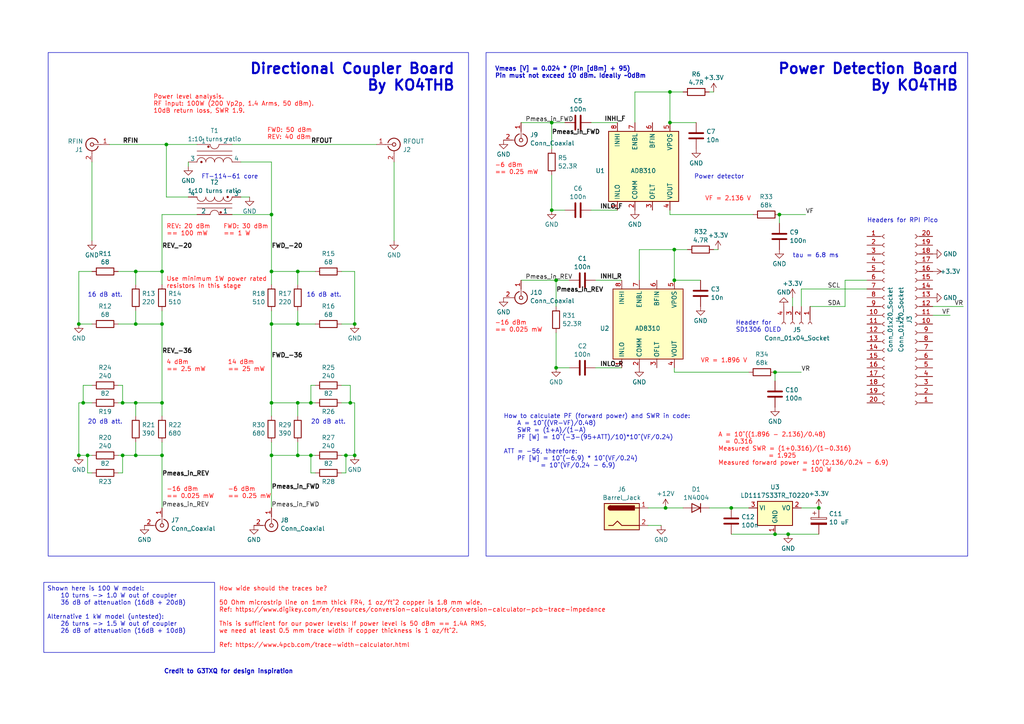
<source format=kicad_sch>
(kicad_sch (version 20230121) (generator eeschema)
  (paper "A4")
  (title_block (title "HF VSWR and Power Meter") (date "2023-12-22") (rev "1") (company "KO4THB"))
  (lib_symbols
    (symbol "Connector:Barrel_Jack" (pin_names (offset 1.016))
      (property "Reference" "J" (at 0 5.334 0))
      (property "Value" "Barrel_Jack" (at 0 -5.08 0))
      (symbol "Barrel_Jack_0_1"
        (rectangle (start -5.08 3.81) (end 5.08 -3.81) (stroke (width 0.254)) (fill (type background)))
        (arc (start -3.302 3.175) (mid -3.9343 2.54) (end -3.302 1.905) (stroke (width 0.254)))
        (arc (start -3.302 3.175) (mid -3.9343 2.54) (end -3.302 1.905) (stroke (width 0.254)) (fill (type outline)))
        (polyline (pts (xy 5.08 2.54) (xy 3.81 2.54)) (stroke (width 0.254)))
        (polyline (pts (xy -3.81 -2.54) (xy -2.54 -2.54) (xy -1.27 -1.27) (xy 0 -2.54) (xy 2.54 -2.54) (xy 5.08 -2.54)) (stroke (width 0.254)))
        (rectangle (start 3.683 3.175) (end -3.302 1.905) (stroke (width 0.254)) (fill (type outline)))
      )
      (symbol "Barrel_Jack_1_1"
        (pin passive line (at 7.62 2.54 180) (length 2.54) (name "~") (number "1"))
        (pin passive line (at 7.62 -2.54 180) (length 2.54) (name "~") (number "2"))
      )
    )
    (symbol "Connector:Conn_01x04_Socket" (pin_names (offset 1.016) hide)
      (property "Reference" "J" (at 0 5.08 0))
      (property "Value" "Conn_01x04_Socket" (at 0 -7.62 0))
      (symbol "Conn_01x04_Socket_1_1"
        (arc (start 0 -4.572) (mid -0.5058 -5.08) (end 0 -5.588) (stroke (width 0.1524)))
        (arc (start 0 -2.032) (mid -0.5058 -2.54) (end 0 -3.048) (stroke (width 0.1524)))
        (polyline (pts (xy -1.27 -5.08) (xy -0.508 -5.08)) (stroke (width 0.1524)))
        (polyline (pts (xy -1.27 -2.54) (xy -0.508 -2.54)) (stroke (width 0.1524)))
        (polyline (pts (xy -1.27 0) (xy -0.508 0)) (stroke (width 0.1524)))
        (polyline (pts (xy -1.27 2.54) (xy -0.508 2.54)) (stroke (width 0.1524)))
        (arc (start 0 0.508) (mid -0.5058 0) (end 0 -0.508) (stroke (width 0.1524)))
        (arc (start 0 3.048) (mid -0.5058 2.54) (end 0 2.032) (stroke (width 0.1524)))
        (pin passive line (at -5.08 2.54 0) (length 3.81) (name "Pin_1") (number "1"))
        (pin passive line (at -5.08 0 0) (length 3.81) (name "Pin_2") (number "2"))
        (pin passive line (at -5.08 -2.54 0) (length 3.81) (name "Pin_3") (number "3"))
        (pin passive line (at -5.08 -5.08 0) (length 3.81) (name "Pin_4") (number "4"))
      )
    )
    (symbol "Connector:Conn_01x20_Socket" (pin_names (offset 1.016) hide)
      (property "Reference" "J" (at 0 25.4 0))
      (property "Value" "Conn_01x20_Socket" (at 0 -27.94 0))
      (symbol "Conn_01x20_Socket_1_1"
        (arc (start 0 -24.892) (mid -0.5058 -25.4) (end 0 -25.908) (stroke (width 0.1524)))
        (arc (start 0 -22.352) (mid -0.5058 -22.86) (end 0 -23.368) (stroke (width 0.1524)))
        (arc (start 0 -19.812) (mid -0.5058 -20.32) (end 0 -20.828) (stroke (width 0.1524)))
        (arc (start 0 -17.272) (mid -0.5058 -17.78) (end 0 -18.288) (stroke (width 0.1524)))
        (arc (start 0 -14.732) (mid -0.5058 -15.24) (end 0 -15.748) (stroke (width 0.1524)))
        (arc (start 0 -12.192) (mid -0.5058 -12.7) (end 0 -13.208) (stroke (width 0.1524)))
        (arc (start 0 -9.652) (mid -0.5058 -10.16) (end 0 -10.668) (stroke (width 0.1524)))
        (arc (start 0 -7.112) (mid -0.5058 -7.62) (end 0 -8.128) (stroke (width 0.1524)))
        (arc (start 0 -4.572) (mid -0.5058 -5.08) (end 0 -5.588) (stroke (width 0.1524)))
        (arc (start 0 -2.032) (mid -0.5058 -2.54) (end 0 -3.048) (stroke (width 0.1524)))
        (polyline (pts (xy -1.27 -25.4) (xy -0.508 -25.4)) (stroke (width 0.1524)))
        (polyline (pts (xy -1.27 -22.86) (xy -0.508 -22.86)) (stroke (width 0.1524)))
        (polyline (pts (xy -1.27 -20.32) (xy -0.508 -20.32)) (stroke (width 0.1524)))
        (polyline (pts (xy -1.27 -17.78) (xy -0.508 -17.78)) (stroke (width 0.1524)))
        (polyline (pts (xy -1.27 -15.24) (xy -0.508 -15.24)) (stroke (width 0.1524)))
        (polyline (pts (xy -1.27 -12.7) (xy -0.508 -12.7)) (stroke (width 0.1524)))
        (polyline (pts (xy -1.27 -10.16) (xy -0.508 -10.16)) (stroke (width 0.1524)))
        (polyline (pts (xy -1.27 -7.62) (xy -0.508 -7.62)) (stroke (width 0.1524)))
        (polyline (pts (xy -1.27 -5.08) (xy -0.508 -5.08)) (stroke (width 0.1524)))
        (polyline (pts (xy -1.27 -2.54) (xy -0.508 -2.54)) (stroke (width 0.1524)))
        (polyline (pts (xy -1.27 0) (xy -0.508 0)) (stroke (width 0.1524)))
        (polyline (pts (xy -1.27 2.54) (xy -0.508 2.54)) (stroke (width 0.1524)))
        (polyline (pts (xy -1.27 5.08) (xy -0.508 5.08)) (stroke (width 0.1524)))
        (polyline (pts (xy -1.27 7.62) (xy -0.508 7.62)) (stroke (width 0.1524)))
        (polyline (pts (xy -1.27 10.16) (xy -0.508 10.16)) (stroke (width 0.1524)))
        (polyline (pts (xy -1.27 12.7) (xy -0.508 12.7)) (stroke (width 0.1524)))
        (polyline (pts (xy -1.27 15.24) (xy -0.508 15.24)) (stroke (width 0.1524)))
        (polyline (pts (xy -1.27 17.78) (xy -0.508 17.78)) (stroke (width 0.1524)))
        (polyline (pts (xy -1.27 20.32) (xy -0.508 20.32)) (stroke (width 0.1524)))
        (polyline (pts (xy -1.27 22.86) (xy -0.508 22.86)) (stroke (width 0.1524)))
        (arc (start 0 0.508) (mid -0.5058 0) (end 0 -0.508) (stroke (width 0.1524)))
        (arc (start 0 3.048) (mid -0.5058 2.54) (end 0 2.032) (stroke (width 0.1524)))
        (arc (start 0 5.588) (mid -0.5058 5.08) (end 0 4.572) (stroke (width 0.1524)))
        (arc (start 0 8.128) (mid -0.5058 7.62) (end 0 7.112) (stroke (width 0.1524)))
        (arc (start 0 10.668) (mid -0.5058 10.16) (end 0 9.652) (stroke (width 0.1524)))
        (arc (start 0 13.208) (mid -0.5058 12.7) (end 0 12.192) (stroke (width 0.1524)))
        (arc (start 0 15.748) (mid -0.5058 15.24) (end 0 14.732) (stroke (width 0.1524)))
        (arc (start 0 18.288) (mid -0.5058 17.78) (end 0 17.272) (stroke (width 0.1524)))
        (arc (start 0 20.828) (mid -0.5058 20.32) (end 0 19.812) (stroke (width 0.1524)))
        (arc (start 0 23.368) (mid -0.5058 22.86) (end 0 22.352) (stroke (width 0.1524)))
        (pin passive line (at -5.08 22.86 0) (length 3.81) (name "Pin_1") (number "1"))
        (pin passive line (at -5.08 0 0) (length 3.81) (name "Pin_10") (number "10"))
        (pin passive line (at -5.08 -2.54 0) (length 3.81) (name "Pin_11") (number "11"))
        (pin passive line (at -5.08 -5.08 0) (length 3.81) (name "Pin_12") (number "12"))
        (pin passive line (at -5.08 -7.62 0) (length 3.81) (name "Pin_13") (number "13"))
        (pin passive line (at -5.08 -10.16 0) (length 3.81) (name "Pin_14") (number "14"))
        (pin passive line (at -5.08 -12.7 0) (length 3.81) (name "Pin_15") (number "15"))
        (pin passive line (at -5.08 -15.24 0) (length 3.81) (name "Pin_16") (number "16"))
        (pin passive line (at -5.08 -17.78 0) (length 3.81) (name "Pin_17") (number "17"))
        (pin passive line (at -5.08 -20.32 0) (length 3.81) (name "Pin_18") (number "18"))
        (pin passive line (at -5.08 -22.86 0) (length 3.81) (name "Pin_19") (number "19"))
        (pin passive line (at -5.08 20.32 0) (length 3.81) (name "Pin_2") (number "2"))
        (pin passive line (at -5.08 -25.4 0) (length 3.81) (name "Pin_20") (number "20"))
        (pin passive line (at -5.08 17.78 0) (length 3.81) (name "Pin_3") (number "3"))
        (pin passive line (at -5.08 15.24 0) (length 3.81) (name "Pin_4") (number "4"))
        (pin passive line (at -5.08 12.7 0) (length 3.81) (name "Pin_5") (number "5"))
        (pin passive line (at -5.08 10.16 0) (length 3.81) (name "Pin_6") (number "6"))
        (pin passive line (at -5.08 7.62 0) (length 3.81) (name "Pin_7") (number "7"))
        (pin passive line (at -5.08 5.08 0) (length 3.81) (name "Pin_8") (number "8"))
        (pin passive line (at -5.08 2.54 0) (length 3.81) (name "Pin_9") (number "9"))
      )
    )
    (symbol "Connector:Conn_Coaxial" (pin_names (offset 1.016) hide)
      (property "Reference" "J" (at 0.254 3.048 0))
      (property "Value" "Conn_Coaxial" (at 2.921 0 90))
      (symbol "Conn_Coaxial_0_1"
        (arc (start -1.778 -0.508) (mid 0.2311 -1.8066) (end 1.778 0) (stroke (width 0.254)))
        (polyline (pts (xy -2.54 0) (xy -0.508 0)))
        (polyline (pts (xy 0 -2.54) (xy 0 -1.778)))
        (circle (center 0 0) (radius 0.508) (stroke (width 0.2032)))
        (arc (start 1.778 0) (mid 0.2099 1.8101) (end -1.778 0.508) (stroke (width 0.254)))
      )
      (symbol "Conn_Coaxial_1_1"
        (pin passive line (at -5.08 0 0) (length 2.54) (name "In") (number "1"))
        (pin passive line (at 0 -5.08 90) (length 2.54) (name "Ext") (number "2"))
      )
    )
    (symbol "Device:C" (pin_numbers hide) (pin_names (offset 0.254))
      (property "Reference" "C" (at 0.635 2.54 0))
      (property "Value" "C" (at 0.635 -2.54 0))
      (symbol "C_0_1"
        (polyline (pts (xy -2.032 -0.762) (xy 2.032 -0.762)) (stroke (width 0.508)))
        (polyline (pts (xy -2.032 0.762) (xy 2.032 0.762)) (stroke (width 0.508)))
      )
      (symbol "C_1_1"
        (pin passive line (at 0 3.81 270) (length 2.794) (name "~") (number "1"))
        (pin passive line (at 0 -3.81 90) (length 2.794) (name "~") (number "2"))
      )
    )
    (symbol "Device:C_Polarized" (pin_numbers hide) (pin_names (offset 0.254))
      (property "Reference" "C" (at 0.635 2.54 0))
      (property "Value" "C_Polarized" (at 0.635 -2.54 0))
      (symbol "C_Polarized_0_1"
        (rectangle (start -2.286 0.508) (end 2.286 1.016))
        (polyline (pts (xy -1.778 2.286) (xy -0.762 2.286)))
        (polyline (pts (xy -1.27 2.794) (xy -1.27 1.778)))
        (rectangle (start 2.286 -0.508) (end -2.286 -1.016) (fill (type outline)))
      )
      (symbol "C_Polarized_1_1"
        (pin passive line (at 0 3.81 270) (length 2.794) (name "~") (number "1"))
        (pin passive line (at 0 -3.81 90) (length 2.794) (name "~") (number "2"))
      )
    )
    (symbol "Device:R" (pin_numbers hide) (pin_names (offset 0))
      (property "Reference" "R" (at 2.032 0 90))
      (property "Value" "R" (at 0 0 90))
      (symbol "R_0_1"
        (rectangle (start -1.016 -2.54) (end 1.016 2.54) (stroke (width 0.254)))
      )
      (symbol "R_1_1"
        (pin passive line (at 0 3.81 270) (length 1.27) (name "~") (number "1"))
        (pin passive line (at 0 -3.81 90) (length 1.27) (name "~") (number "2"))
      )
    )
    (symbol "Diode:1N4004" (pin_numbers hide) (pin_names hide)
      (property "Reference" "D" (at 0 2.54 0))
      (property "Value" "1N4004" (at 0 -2.54 0))
      (symbol "1N4004_0_1"
        (polyline (pts (xy -1.27 1.27) (xy -1.27 -1.27)) (stroke (width 0.254)))
        (polyline (pts (xy 1.27 0) (xy -1.27 0)))
        (polyline (pts (xy 1.27 1.27) (xy 1.27 -1.27) (xy -1.27 0) (xy 1.27 1.27)) (stroke (width 0.254)))
      )
      (symbol "1N4004_1_1"
        (pin passive line (at -3.81 0 0) (length 2.54) (name "K") (number "1"))
        (pin passive line (at 3.81 0 180) (length 2.54) (name "A") (number "2"))
      )
    )
    (symbol "Regulator_Linear:LD1117S33TR_SOT223"
      (property "Reference" "U" (at -3.81 3.175 0))
      (property "Value" "LD1117S33TR_SOT223" (at 0 3.175 0))
      (symbol "LD1117S33TR_SOT223_0_1"
        (rectangle (start -5.08 -5.08) (end 5.08 1.905) (stroke (width 0.254)) (fill (type background)))
      )
      (symbol "LD1117S33TR_SOT223_1_1"
        (pin power_in line (at 0 -7.62 90) (length 2.54) (name "GND") (number "1"))
        (pin power_out line (at 7.62 0 180) (length 2.54) (name "VO") (number "2"))
        (pin power_in line (at -7.62 0 0) (length 2.54) (name "VI") (number "3"))
      )
    )
    (symbol "Steadconnect:1 to many coupler" (pin_numbers hide) (pin_names (offset 0))
      (property "Reference" "T" (at 0 6.35 0))
      (property "Value" "1 to many coupler" (at 0 -1.27 0))
      (symbol "1 to many coupler_0_1"
        (circle (center -3.81 0) (radius 0.254) (fill (type outline)))
        (arc (start -2.54 0) (mid -3.81 1.2645) (end -5.08 0))
        (circle (center -1.778 4.445) (radius 0.254) (fill (type outline)))
        (arc (start -1.27 5.08) (mid 0 3.8155) (end 1.27 5.08))
        (arc (start 0 0) (mid -1.27 1.2645) (end -2.54 0))
        (polyline (pts (xy -5.08 1.905) (xy 5.08 1.905)))
        (polyline (pts (xy -5.08 3.175) (xy 5.08 3.175)))
        (arc (start 2.54 0) (mid 1.27 1.2645) (end 0 0))
        (arc (start 5.08 0) (mid 3.81 1.2645) (end 2.54 0))
      )
      (symbol "1 to many coupler_1_1"
        (pin no_connect line (at -5.08 0 0) (length 2.54) hide (name "1") (number "1"))
        (pin passive line (at -5.08 5.08 0) (length 3.81) (name "1") (number "1"))
        (pin no_connect line (at 2.54 2.54 0) (length 2.54) hide (name "10") (number "10"))
        (pin passive line (at 5.08 5.08 180) (length 3.81) (name "2") (number "2"))
        (pin passive line (at -7.62 0 0) (length 2.54) (name "3") (number "3"))
        (pin no_connect line (at -2.54 0 0) (length 2.54) hide (name "3") (number "3"))
        (pin passive line (at 7.62 0 180) (length 2.54) (name "4") (number "4"))
        (pin no_connect line (at 0 0 0) (length 2.54) hide (name "5") (number "5"))
        (pin no_connect line (at 2.54 0 0) (length 2.54) hide (name "6") (number "6"))
        (pin no_connect line (at -5.08 2.54 0) (length 2.54) hide (name "7") (number "7"))
        (pin no_connect line (at -2.54 2.54 0) (length 2.54) hide (name "8") (number "8"))
        (pin no_connect line (at 0 2.54 0) (length 2.54) hide (name "9") (number "9"))
      )
    )
    (symbol "Steadconnect:AD8310"
      (property "Reference" "U" (at 5.08 17.78 0))
      (property "Value" "AD8310" (at 7.62 15.24 0))
      (symbol "AD8310_0_1"
        (rectangle (start -10.16 10.16) (end 10.16 -10.16) (stroke (width 0.254)) (fill (type background)))
      )
      (symbol "AD8310_1_1"
        (pin input line (at -7.62 -12.7 90) (length 2.54) (name "INLO") (number "1"))
        (pin input line (at -2.54 -12.7 90) (length 2.54) (name "COMM") (number "2"))
        (pin input line (at 2.54 -12.7 90) (length 2.54) (name "OFLT") (number "3"))
        (pin output line (at 7.62 -12.7 90) (length 2.54) (name "VOUT") (number "4"))
        (pin power_in line (at 7.62 12.7 270) (length 2.54) (name "VPOS") (number "5"))
        (pin input line (at 2.54 12.7 270) (length 2.54) (name "BFIN") (number "6"))
        (pin input line (at -2.54 12.7 270) (length 2.54) (name "ENBL") (number "7"))
        (pin input line (at -7.62 12.7 270) (length 2.54) (name "INHI") (number "8"))
      )
    )
    (symbol "power:+12V" (power) (pin_names (offset 0))
      (property "Value" "+12V" (at 0 3.556 0))
      (symbol "+12V_0_1"
        (polyline (pts (xy -0.762 1.27) (xy 0 2.54)))
        (polyline (pts (xy 0 0) (xy 0 2.54)))
        (polyline (pts (xy 0 2.54) (xy 0.762 1.27)))
      )
      (symbol "+12V_1_1"
        (pin power_in line (at 0 0 90) (length 0) hide (name "+12V") (number "1"))
      )
    )
    (symbol "power:+3.3V" (power) (pin_names (offset 0))
      (property "Value" "+3.3V" (at 0 3.556 0))
      (symbol "+3.3V_0_1"
        (polyline (pts (xy -0.762 1.27) (xy 0 2.54)))
        (polyline (pts (xy 0 0) (xy 0 2.54)))
        (polyline (pts (xy 0 2.54) (xy 0.762 1.27)))
      )
      (symbol "+3.3V_1_1"
        (pin power_in line (at 0 0 90) (length 0) hide (name "+3.3V") (number "1"))
      )
    )
    (symbol "power:GND" (power) (pin_names (offset 0))
      (property "Value" "GND" (at 0 -3.81 0))
      (symbol "GND_0_1"
        (polyline (pts (xy 0 0) (xy 0 -1.27) (xy 1.27 -1.27) (xy 0 -2.54) (xy -1.27 -1.27) (xy 0 -1.27)))
      )
      (symbol "GND_1_1"
        (pin power_in line (at 0 0 270) (length 0) hide (name "GND") (number "1"))
      )
    )
  )
  (junction (at 39.37 116.84))
  (junction (at 78.74 132.08))
  (junction (at 39.37 132.08))
  (junction (at 160.02 35.56))
  (junction (at 22.86 132.08))
  (junction (at 161.29 81.28))
  (junction (at 46.99 116.84))
  (junction (at 86.36 116.84))
  (junction (at 90.17 132.08))
  (junction (at 195.58 72.39))
  (junction (at 237.49 147.32))
  (junction (at 78.74 93.98))
  (junction (at 100.33 132.08))
  (junction (at 102.87 132.08))
  (junction (at 194.31 26.67))
  (junction (at 46.99 132.08))
  (junction (at 101.6 116.84))
  (junction (at 46.99 93.98))
  (junction (at 46.99 78.74))
  (junction (at 86.36 78.74))
  (junction (at 224.79 154.94))
  (junction (at 226.06 62.23))
  (junction (at 39.37 78.74))
  (junction (at 86.36 93.98))
  (junction (at 90.17 116.84))
  (junction (at 39.37 93.98))
  (junction (at 194.31 35.56))
  (junction (at 195.58 81.28))
  (junction (at 78.74 62.23))
  (junction (at 86.36 132.08))
  (junction (at 78.74 116.84))
  (junction (at 24.13 116.84))
  (junction (at 78.74 78.74))
  (junction (at 48.26 41.91))
  (junction (at 212.09 147.32))
  (junction (at 102.87 93.98))
  (junction (at 35.56 116.84))
  (junction (at 25.4 132.08))
  (junction (at 224.79 107.95))
  (junction (at 161.29 106.68))
  (junction (at 160.02 60.96))
  (junction (at 193.04 147.32))
  (junction (at 228.6 154.94))
  (junction (at 35.56 132.08))
  (junction (at 22.86 93.98))
  (wire (pts (xy 39.37 93.98) (xy 46.99 93.98)))
  (wire (pts (xy 160.02 60.96) (xy 160.02 50.8)))
  (wire (pts (xy 35.56 132.08) (xy 39.37 132.08)))
  (wire (pts (xy 151.13 81.28) (xy 161.29 81.28)))
  (wire (pts (xy 195.58 107.95) (xy 217.17 107.95)))
  (wire (pts (xy 161.29 88.9) (xy 161.29 81.28)))
  (wire (pts (xy 212.09 154.94) (xy 224.79 154.94)))
  (wire (pts (xy 48.26 41.91) (xy 57.15 41.91)))
  (wire (pts (xy 101.6 111.76) (xy 101.6 116.84)))
  (wire (pts (xy 46.99 132.08) (xy 46.99 147.32)))
  (wire (pts (xy 78.74 116.84) (xy 78.74 120.65)))
  (wire (pts (xy 78.74 93.98) (xy 78.74 116.84)))
  (wire (pts (xy 100.33 137.16) (xy 100.33 132.08)))
  (wire (pts (xy 34.29 116.84) (xy 35.56 116.84)))
  (wire (pts (xy 35.56 116.84) (xy 39.37 116.84)))
  (wire (pts (xy 193.04 147.32) (xy 198.12 147.32)))
  (wire (pts (xy 86.36 78.74) (xy 78.74 78.74)))
  (wire (pts (xy 91.44 132.08) (xy 90.17 132.08)))
  (wire (pts (xy 46.99 93.98) (xy 46.99 90.17)))
  (wire (pts (xy 114.3 46.99) (xy 114.3 69.85)))
  (wire (pts (xy 172.72 81.28) (xy 180.34 81.28)))
  (wire (pts (xy 163.83 60.96) (xy 160.02 60.96)))
  (wire (pts (xy 224.79 107.95) (xy 224.79 110.49)))
  (wire (pts (xy 187.96 147.32) (xy 193.04 147.32)))
  (wire (pts (xy 46.99 62.23) (xy 57.15 62.23)))
  (wire (pts (xy 224.79 154.94) (xy 228.6 154.94)))
  (wire (pts (xy 78.74 62.23) (xy 78.74 78.74)))
  (wire (pts (xy 232.41 83.82) (xy 251.46 83.82)))
  (wire (pts (xy 99.06 78.74) (xy 102.87 78.74)))
  (wire (pts (xy 232.41 147.32) (xy 237.49 147.32)))
  (wire (pts (xy 48.26 57.15) (xy 48.26 41.91)))
  (wire (pts (xy 161.29 106.68) (xy 161.29 96.52)))
  (wire (pts (xy 279.4 88.9) (xy 270.51 88.9)))
  (wire (pts (xy 245.11 88.9) (xy 245.11 81.28)))
  (wire (pts (xy 161.29 81.28) (xy 165.1 81.28)))
  (wire (pts (xy 228.6 154.94) (xy 237.49 154.94)))
  (wire (pts (xy 160.02 35.56) (xy 163.83 35.56)))
  (wire (pts (xy 46.99 78.74) (xy 46.99 82.55)))
  (wire (pts (xy 39.37 116.84) (xy 46.99 116.84)))
  (wire (pts (xy 234.95 88.9) (xy 245.11 88.9)))
  (wire (pts (xy 90.17 116.84) (xy 86.36 116.84)))
  (wire (pts (xy 22.86 116.84) (xy 22.86 132.08)))
  (wire (pts (xy 229.87 86.36) (xy 229.87 88.9)))
  (wire (pts (xy 24.13 111.76) (xy 24.13 116.84)))
  (wire (pts (xy 34.29 137.16) (xy 35.56 137.16)))
  (wire (pts (xy 34.29 111.76) (xy 35.56 111.76)))
  (wire (pts (xy 46.99 93.98) (xy 46.99 116.84)))
  (wire (pts (xy 224.79 107.95) (xy 232.41 107.95)))
  (wire (pts (xy 78.74 132.08) (xy 78.74 128.27)))
  (wire (pts (xy 102.87 116.84) (xy 102.87 132.08)))
  (wire (pts (xy 46.99 116.84) (xy 46.99 120.65)))
  (wire (pts (xy 101.6 116.84) (xy 102.87 116.84)))
  (wire (pts (xy 212.09 147.32) (xy 217.17 147.32)))
  (wire (pts (xy 25.4 137.16) (xy 25.4 132.08)))
  (wire (pts (xy 194.31 26.67) (xy 198.12 26.67)))
  (wire (pts (xy 185.42 72.39) (xy 195.58 72.39)))
  (wire (pts (xy 54.61 57.15) (xy 48.26 57.15)))
  (wire (pts (xy 102.87 78.74) (xy 102.87 93.98)))
  (wire (pts (xy 86.36 116.84) (xy 78.74 116.84)))
  (wire (pts (xy 205.74 26.67) (xy 207.01 26.67)))
  (wire (pts (xy 22.86 93.98) (xy 26.67 93.98)))
  (wire (pts (xy 39.37 78.74) (xy 39.37 82.55)))
  (wire (pts (xy 171.45 60.96) (xy 179.07 60.96)))
  (wire (pts (xy 78.74 93.98) (xy 78.74 90.17)))
  (wire (pts (xy 86.36 90.17) (xy 86.36 93.98)))
  (wire (pts (xy 100.33 132.08) (xy 99.06 132.08)))
  (wire (pts (xy 26.67 111.76) (xy 24.13 111.76)))
  (wire (pts (xy 86.36 116.84) (xy 86.36 120.65)))
  (wire (pts (xy 194.31 62.23) (xy 218.44 62.23)))
  (wire (pts (xy 35.56 111.76) (xy 35.56 116.84)))
  (wire (pts (xy 226.06 62.23) (xy 226.06 64.77)))
  (wire (pts (xy 205.74 147.32) (xy 212.09 147.32)))
  (wire (pts (xy 90.17 137.16) (xy 90.17 132.08)))
  (wire (pts (xy 78.74 46.99) (xy 78.74 62.23)))
  (wire (pts (xy 165.1 106.68) (xy 161.29 106.68)))
  (wire (pts (xy 207.01 72.39) (xy 208.28 72.39)))
  (wire (pts (xy 35.56 137.16) (xy 35.56 132.08)))
  (wire (pts (xy 91.44 111.76) (xy 90.17 111.76)))
  (wire (pts (xy 91.44 78.74) (xy 86.36 78.74)))
  (wire (pts (xy 67.31 41.91) (xy 109.22 41.91)))
  (wire (pts (xy 91.44 137.16) (xy 90.17 137.16)))
  (wire (pts (xy 99.06 137.16) (xy 100.33 137.16)))
  (wire (pts (xy 232.41 88.9) (xy 232.41 83.82)))
  (wire (pts (xy 90.17 132.08) (xy 86.36 132.08)))
  (wire (pts (xy 67.31 62.23) (xy 78.74 62.23)))
  (wire (pts (xy 86.36 132.08) (xy 78.74 132.08)))
  (wire (pts (xy 39.37 132.08) (xy 46.99 132.08)))
  (wire (pts (xy 26.67 69.85) (xy 26.67 46.99)))
  (wire (pts (xy 172.72 106.68) (xy 180.34 106.68)))
  (wire (pts (xy 102.87 132.08) (xy 100.33 132.08)))
  (wire (pts (xy 24.13 116.84) (xy 22.86 116.84)))
  (wire (pts (xy 22.86 78.74) (xy 22.86 93.98)))
  (wire (pts (xy 275.59 91.44) (xy 270.51 91.44)))
  (wire (pts (xy 26.67 116.84) (xy 24.13 116.84)))
  (wire (pts (xy 184.15 35.56) (xy 184.15 26.67)))
  (wire (pts (xy 54.61 46.99) (xy 54.61 48.26)))
  (wire (pts (xy 46.99 62.23) (xy 46.99 78.74)))
  (wire (pts (xy 195.58 106.68) (xy 195.58 107.95)))
  (wire (pts (xy 26.67 78.74) (xy 22.86 78.74)))
  (wire (pts (xy 69.85 46.99) (xy 78.74 46.99)))
  (wire (pts (xy 91.44 116.84) (xy 90.17 116.84)))
  (wire (pts (xy 31.75 41.91) (xy 48.26 41.91)))
  (wire (pts (xy 34.29 132.08) (xy 35.56 132.08)))
  (wire (pts (xy 22.86 132.08) (xy 25.4 132.08)))
  (wire (pts (xy 34.29 93.98) (xy 39.37 93.98)))
  (wire (pts (xy 99.06 116.84) (xy 101.6 116.84)))
  (wire (pts (xy 39.37 116.84) (xy 39.37 120.65)))
  (wire (pts (xy 195.58 81.28) (xy 203.2 81.28)))
  (wire (pts (xy 99.06 111.76) (xy 101.6 111.76)))
  (wire (pts (xy 226.06 62.23) (xy 233.68 62.23)))
  (wire (pts (xy 185.42 81.28) (xy 185.42 72.39)))
  (wire (pts (xy 34.29 78.74) (xy 39.37 78.74)))
  (wire (pts (xy 194.31 60.96) (xy 194.31 62.23)))
  (wire (pts (xy 39.37 90.17) (xy 39.37 93.98)))
  (wire (pts (xy 86.36 78.74) (xy 86.36 82.55)))
  (wire (pts (xy 187.96 152.4) (xy 191.77 152.4)))
  (wire (pts (xy 86.36 128.27) (xy 86.36 132.08)))
  (wire (pts (xy 160.02 43.18) (xy 160.02 35.56)))
  (wire (pts (xy 194.31 26.67) (xy 194.31 35.56)))
  (wire (pts (xy 46.99 132.08) (xy 46.99 128.27)))
  (wire (pts (xy 39.37 128.27) (xy 39.37 132.08)))
  (wire (pts (xy 91.44 93.98) (xy 86.36 93.98)))
  (wire (pts (xy 184.15 26.67) (xy 194.31 26.67)))
  (wire (pts (xy 90.17 111.76) (xy 90.17 116.84)))
  (wire (pts (xy 25.4 132.08) (xy 26.67 132.08)))
  (wire (pts (xy 39.37 78.74) (xy 46.99 78.74)))
  (wire (pts (xy 102.87 93.98) (xy 99.06 93.98)))
  (wire (pts (xy 78.74 132.08) (xy 78.74 147.32)))
  (wire (pts (xy 69.85 57.15) (xy 72.39 57.15)))
  (wire (pts (xy 194.31 35.56) (xy 201.93 35.56)))
  (wire (pts (xy 86.36 93.98) (xy 78.74 93.98)))
  (wire (pts (xy 78.74 78.74) (xy 78.74 82.55)))
  (wire (pts (xy 151.13 35.56) (xy 160.02 35.56)))
  (wire (pts (xy 171.45 35.56) (xy 179.07 35.56)))
  (wire (pts (xy 26.67 137.16) (xy 25.4 137.16)))
  (wire (pts (xy 195.58 72.39) (xy 195.58 81.28)))
  (wire (pts (xy 245.11 81.28) (xy 251.46 81.28)))
  (wire (pts (xy 195.58 72.39) (xy 199.39 72.39)))
  (rectangle (start 13.97 15.24) (end 135.89 161.29))
  (rectangle (start 140.97 15.24) (end 280.67 161.29))
  (text_box "Shown here is 100 W model:\n    10 turns -> 1.0 W out of coupler\n    36 dB of attenuation (16dB + 20dB)\n\nAlternative 1 kW model (untested):\n    26 turns -> 1.5 W out of coupler\n    26 dB of attenuation (16dB + 10dB)\n\n" (at 12.7 168.91 0) (size 49.53 20.32) (effects (font (size 1.27 1.27)) (justify left top)))
  (text "-16 dBm \n== 0.025 mW" (at 48.26 144.78 0) (effects (font (size 1.27 1.27)) (justify left bottom)))
  (text "4 dBm \n== 2.5 mW" (at 48.26 107.95 0) (effects (font (size 1.27 1.27)) (justify left bottom)))
  (text "Power level analysis.\nRF input: 100W (200 Vp2p, 1.4 Arms, 50 dBm).\n10dB return loss, SWR 1.9.\n" (at 44.45 33.02 0) (effects (font (size 1.27 1.27)) (justify left bottom)))
  (text "Power Detection Board\nBy KO4THB" (at 278.13 26.67 0) (effects (font (size 3 3) (thickness 0.6) bold) (justify right bottom)))
  (text "VR = 1.896 V" (at 203.2 105.41 0) (effects (font (size 1.27 1.27)) (justify left bottom)))
  (text "Use minimum 1W power rated \nresistors in this stage" (at 48.26 83.82 0) (effects (font (size 1.27 1.27)) (justify left bottom)))
  (text "FWD: 30 dBm \n== 1 W" (at 64.77 68.58 0) (effects (font (size 1.27 1.27)) (justify left bottom)))
  (text "20 dB att." (at 25.4 123.19 0) (effects (font (size 1.27 1.27)) (justify left bottom)))
  (text "FWD: 50 dBm\nREV: 40 dBm" (at 77.47 40.64 0) (effects (font (size 1.27 1.27)) (justify left bottom)))
  (text "Headers for RPI Pico" (at 251.46 64.77 0) (effects (font (size 1.27 1.27)) (justify left bottom)))
  (text "tau = 6.8 ms" (at 229.87 74.93 0) (effects (font (size 1.27 1.27)) (justify left bottom)))
  (text "-16 dBm \n== 0.025 mW" (at 143.51 96.52 0) (effects (font (size 1.27 1.27)) (justify left bottom)))
  (text "FT-114-61 core" (at 74.93 52.07 0) (effects (font (size 1.27 1.27)) (justify right bottom)))
  (text "Header for \nSD1306 OLED" (at 213.36 96.52 0) (effects (font (size 1.27 1.27)) (justify left bottom)))
  (text "14 dBm \n== 25 mW" (at 66.04 107.95 0) (effects (font (size 1.27 1.27)) (justify left bottom)))
  (text "20 dB att." (at 100.33 123.19 0) (effects (font (size 1.27 1.27)) (justify right bottom)))
  (text "-6 dBm \n== 0.25 mW" (at 66.04 144.78 0) (effects (font (size 1.27 1.27)) (justify left bottom)))
  (text "REV: 20 dBm \n== 100 mW" (at 48.26 68.58 0) (effects (font (size 1.27 1.27)) (justify left bottom)))
  (text "16 dB att." (at 25.4 86.36 0) (effects (font (size 1.27 1.27)) (justify left bottom)))
  (text "How to calculate PF (forward power) and SWR in code:\n    A = 10^((VR-VF)/0.48)\n    SWR = (1+A)/(1-A)\n    PF [W] = 10^(-3-(95+ATT)/10)*10^(VF/0.24)\n\nATT = -56, therefore:\n    PF [W] = 10^(-6.9) * 10^(VF/0.24)\n           = 10^(VF/0.24 - 6.9)" (at 146.05 135.89 0) (effects (font (size 1.27 1.27)) (justify left bottom)))
  (text "16 dB att." (at 99.06 86.36 0) (effects (font (size 1.27 1.27)) (justify right bottom)))
  (text "Vmeas [V] = 0.024 * (Pin [dBm] + 95)\nPin must not exceed 10 dBm. Ideally ~0dBm\n" (at 143.51 22.86 0) (effects (font (size 1.27 1.27) (thickness 0.254) bold) (justify left bottom)))
  (text "VF = 2.136 V" (at 204.47 58.42 0) (effects (font (size 1.27 1.27)) (justify left bottom)))
  (text "Power detector" (at 215.9 52.07 0) (effects (font (size 1.27 1.27)) (justify right bottom)))
  (text "How wide should the traces be? \n\n50 Ohm microstrip line on 1mm thick FR4, 1 oz/ft^2 copper is 1.8 mm wide.\nRef: https://www.digikey.com/en/resources/conversion-calculators/conversion-calculator-pcb-trace-impedance\n\nThis is sufficient for our power levels: If power level is 50 dBm == 1.4A RMS, \nwe need at least 0.5 mm trace width if copper thickness is 1 oz/ft^2.\n\nRef: https://www.4pcb.com/trace-width-calculator.html" (at 63.5 187.96 0) (effects (font (size 1.27 1.27)) (justify left bottom)))
  (text "-6 dBm \n== 0.25 mW" (at 143.51 50.8 0) (effects (font (size 1.27 1.27)) (justify left bottom)))
  (text "A = 10^((1.896 - 2.136)/0.48)\n  = 0.316\nMeasured SWR = (1+0.316)/(1-0.316)\n               = 1.925\nMeasured forward power = 10^(2.136/0.24 - 6.9)\n                         = 100 W" (at 208.28 137.16 0) (effects (font (size 1.27 1.27)) (justify left bottom)))
  (text "Directional Coupler Board\nBy KO4THB" (at 132.08 26.67 0) (effects (font (size 3 3) (thickness 0.6) bold) (justify right bottom)))
  (text "Credit to G3TXQ for design inspiration" (at 85.09 195.58 0) (effects (font (size 1.27 1.27) bold) (justify right bottom)))
  (label "INLO_F" (at 173.99 60.96 0) (effects (font bold)))
  (label "Pmeas_in_REV" (at 161.29 85.09 0) (effects (font bold)))
  (label "Pmeas_in_REV" (at 152.4 81.28 0))
  (label "VR" (at 232.41 107.95 0))
  (label "REV_-20" (at 46.99 72.39 0) (effects (font bold)))
  (label "Pmeas_in_REV" (at 46.99 138.43 0) (effects (font bold)))
  (label "REV_-36" (at 46.99 102.87 0) (effects (font bold)))
  (label "INHI_F" (at 175.26 35.56 0) (effects (font bold)))
  (label "FWD_-36" (at 78.74 104.14 0) (effects (font bold)))
  (label "Pmeas_in_FWD" (at 78.74 147.32 0))
  (label "INLO_R" (at 173.99 106.68 0) (effects (font bold)))
  (label "SCL" (at 240.03 83.82 0))
  (label "FWD_-20" (at 78.74 72.39 0) (effects (font bold)))
  (label "VF" (at 275.59 91.44 180))
  (label "Pmeas_in_FWD" (at 152.4 35.56 0))
  (label "SDA" (at 240.03 88.9 0))
  (label "RFIN" (at 35.56 41.91 0) (effects (font bold)))
  (label "VF" (at 233.68 62.23 0))
  (label "INHI_R" (at 173.99 81.28 0) (effects (font bold)))
  (label "VR" (at 279.4 88.9 180))
  (label "RFOUT" (at 90.17 41.91 0) (effects (font bold)))
  (label "Pmeas_in_REV" (at 46.99 147.32 0))
  (label "Pmeas_in_FWD" (at 160.02 39.37 0) (effects (font bold)))
  (label "Pmeas_in_FWD" (at 78.74 142.24 0) (effects (font bold)))
  (symbol (lib_id "power:+12V") (at 193.04 147.32 0) (unit 1)
    (property "Reference" "#PWR030" (effects hide))
    (property "Value" "+12V" (at 193.04 143.1869 0))
  )
  (symbol (lib_id "Device:R") (at 30.48 116.84 90) (unit 1)
    (property "Reference" "R19" (at 30.48 119.38 90))
    (property "Value" "82" (at 30.48 114.1039 90))
    (property "Footprint" "Resistor_THT:R_Axial_DIN0414_L11.9mm_D4.5mm_P15.24mm_Horizontal" (effects hide))
  )
  (symbol (lib_id "Device:R") (at 46.99 86.36 180) (unit 1)
    (property "Reference" "R14" (at 48.768 85.1479 0) (effects (justify right)))
    (property "Value" "510" (at 48.768 87.5721 0) (effects (justify right)))
    (property "Footprint" "Resistor_THT:R_Axial_DIN0414_L11.9mm_D4.5mm_P15.24mm_Horizontal" (effects hide))
  )
  (symbol (lib_id "Device:R") (at 95.25 116.84 270) (mirror x) (unit 1)
    (property "Reference" "R26" (at 95.25 119.38 90))
    (property "Value" "82" (at 95.25 114.1039 90))
    (property "Footprint" "Resistor_THT:R_Axial_DIN0414_L11.9mm_D4.5mm_P15.24mm_Horizontal" (effects hide))
  )
  (symbol (lib_id "Device:R") (at 39.37 86.36 180) (unit 1)
    (property "Reference" "R13" (at 41.148 85.1479 0) (effects (justify right)))
    (property "Value" "220" (at 41.148 87.5721 0) (effects (justify right)))
    (property "Footprint" "Resistor_THT:R_Axial_DIN0414_L11.9mm_D4.5mm_P15.24mm_Horizontal" (effects hide))
  )
  (symbol (lib_id "Device:C") (at 167.64 35.56 90) (unit 1)
    (property "Reference" "C5" (at 167.64 29.2567 90))
    (property "Value" "100n" (at 167.64 31.6809 90))
    (property "Footprint" "Capacitor_THT:C_Disc_D9.0mm_W2.5mm_P5.00mm" (effects hide))
  )
  (symbol (lib_id "Connector:Conn_01x20_Socket") (at 265.43 93.98 180) (unit 1)
    (property "Reference" "J3" (at 263.7607 92.71 90))
    (property "Value" "Conn_01x20_Socket" (at 261.3365 92.71 90))
    (property "Footprint" "Connector_PinHeader_2.54mm:PinHeader_1x20_P2.54mm_Vertical" (effects hide))
  )
  (symbol (lib_id "power:+3.3V") (at 207.01 26.67 0) (unit 1)
    (property "Reference" "#PWR011" (effects hide))
    (property "Value" "+3.3V" (at 207.01 22.5369 0))
  )
  (symbol (lib_id "power:GND") (at 203.2 88.9 0) (unit 1)
    (property "Reference" "#PWR017" (effects hide))
    (property "Value" "GND" (at 203.2 93.0331 0))
  )
  (symbol (lib_id "Device:C") (at 226.06 68.58 180) (unit 1)
    (property "Reference" "C9" (at 228.981 67.3679 0) (effects (justify right)))
    (property "Value" "100n" (at 228.981 69.7921 0) (effects (justify right)))
    (property "Footprint" "Capacitor_THT:C_Disc_D9.0mm_W2.5mm_P5.00mm" (effects hide))
  )
  (symbol (lib_id "Device:R") (at 95.25 93.98 270) (mirror x) (unit 1)
    (property "Reference" "R16" (at 95.25 88.8197 90))
    (property "Value" "68" (at 95.25 91.2439 90))
    (property "Footprint" "Resistor_THT:R_Axial_DIN0414_L11.9mm_D4.5mm_P15.24mm_Horizontal" (effects hide))
  )
  (symbol (lib_id "power:+3.3V") (at 270.51 78.74 270) (unit 1)
    (property "Reference" "#PWR023" (effects hide))
    (property "Value" "+3.3V" (at 275.59 78.74 90))
  )
  (symbol (lib_id "power:GND") (at 72.39 57.15 0) (unit 1)
    (property "Reference" "#PWR03" (effects hide))
    (property "Value" "GND" (at 72.39 61.2831 0))
  )
  (symbol (lib_id "Diode:1N4004") (at 201.93 147.32 180) (unit 1)
    (property "Reference" "D1" (at 201.93 141.9057 0))
    (property "Value" "1N4004" (at 201.93 144.3299 0))
    (property "Footprint" "Diode_THT:D_DO-41_SOD81_P10.16mm_Horizontal" (effects hide))
    (property "Datasheet" "http://www.vishay.com/docs/88503/1n4001.pdf" (effects hide))
    (property "Sim.Device" "D" (effects hide))
    (property "Sim.Pins" "1=K 2=A" (effects hide))
  )
  (symbol (lib_id "Device:R") (at 30.48 132.08 90) (unit 1)
    (property "Reference" "R20" (at 30.48 126.9197 90))
    (property "Value" "240" (at 30.48 129.3439 90))
    (property "Footprint" "Resistor_THT:R_Axial_DIN0414_L11.9mm_D4.5mm_P15.24mm_Horizontal" (effects hide))
  )
  (symbol (lib_id "Steadconnect:1 to many coupler") (at 62.23 46.99 0) (unit 1)
    (property "Reference" "T1" (at 62.23 37.8927 0))
    (property "Value" "1:10 turns ratio" (at 62.23 40.3169 0))
    (property "Footprint" "Transformer_THT:Transformer_Toroid_Horizontal_D14.0mm_Amidon-T50" (effects hide))
  )
  (symbol (lib_id "Device:R") (at 30.48 78.74 90) (unit 1)
    (property "Reference" "R11" (at 30.48 73.5797 90))
    (property "Value" "68" (at 30.48 76.0039 90))
    (property "Footprint" "Resistor_THT:R_Axial_DIN0414_L11.9mm_D4.5mm_P15.24mm_Horizontal" (effects hide))
  )
  (symbol (lib_id "Device:R") (at 78.74 124.46 0) (mirror x) (unit 1)
    (property "Reference" "R30" (at 76.962 123.2479 0) (effects (justify right)))
    (property "Value" "680" (at 76.962 125.6721 0) (effects (justify right)))
    (property "Footprint" "Resistor_THT:R_Axial_DIN0414_L11.9mm_D4.5mm_P15.24mm_Horizontal" (effects hide))
  )
  (symbol (lib_id "power:GND") (at 146.05 40.64 0) (unit 1)
    (property "Reference" "#PWR034" (effects hide))
    (property "Value" "GND" (at 146.05 44.7731 0))
  )
  (symbol (lib_id "power:GND") (at 191.77 152.4 0) (unit 1)
    (property "Reference" "#PWR031" (effects hide))
    (property "Value" "GND" (at 191.77 156.5331 0))
  )
  (symbol (lib_id "power:GND") (at 185.42 106.68 0) (unit 1)
    (property "Reference" "#PWR016" (effects hide))
    (property "Value" "GND" (at 185.42 110.8131 0))
  )
  (symbol (lib_id "power:GND") (at 114.3 69.85 0) (unit 1)
    (property "Reference" "#PWR07" (effects hide))
    (property "Value" "GND" (at 114.3 73.9831 0))
  )
  (symbol (lib_id "Steadconnect:AD8310") (at 187.96 93.98 0) (unit 1)
    (property "Reference" "U2" (at 173.99 95.25 0) (effects (justify left)))
    (property "Value" "AD8310" (at 184.15 95.25 0) (effects (justify left)))
    (property "Footprint" "Package_SO:MSOP-8_3x3mm_P0.65mm" (effects hide))
  )
  (symbol (lib_id "power:GND") (at 26.67 69.85 0) (unit 1)
    (property "Reference" "#PWR06" (effects hide))
    (property "Value" "GND" (at 26.67 73.9831 0))
  )
  (symbol (lib_id "power:GND") (at 22.86 132.08 0) (unit 1)
    (property "Reference" "#PWR013" (effects hide))
    (property "Value" "GND" (at 22.86 136.2131 0))
  )
  (symbol (lib_id "power:GND") (at 160.02 60.96 0) (unit 1)
    (property "Reference" "#PWR09" (effects hide))
    (property "Value" "GND" (at 160.02 65.0931 0))
  )
  (symbol (lib_id "power:+3.3V") (at 208.28 72.39 0) (unit 1)
    (property "Reference" "#PWR018" (effects hide))
    (property "Value" "+3.3V" (at 208.28 68.2569 0))
  )
  (symbol (lib_id "Device:R") (at 30.48 137.16 90) (unit 1)
    (property "Reference" "R23" (at 30.48 139.7 90))
    (property "Value" "82" (at 30.48 134.4239 90))
    (property "Footprint" "Resistor_THT:R_Axial_DIN0414_L11.9mm_D4.5mm_P15.24mm_Horizontal" (effects hide))
  )
  (symbol (lib_id "Device:C") (at 168.91 106.68 90) (unit 1)
    (property "Reference" "C2" (at 168.91 100.3767 90))
    (property "Value" "100n" (at 168.91 102.8009 90))
    (property "Footprint" "Capacitor_THT:C_Disc_D9.0mm_W2.5mm_P5.00mm" (effects hide))
  )
  (symbol (lib_id "Device:C") (at 212.09 151.13 180) (unit 1)
    (property "Reference" "C12" (at 215.011 149.9179 0) (effects (justify right)))
    (property "Value" "100n" (at 215.011 152.3421 0) (effects (justify right)))
    (property "Footprint" "Capacitor_THT:C_Disc_D9.0mm_W2.5mm_P5.00mm" (effects hide))
  )
  (symbol (lib_id "Device:C") (at 167.64 60.96 90) (unit 1)
    (property "Reference" "C6" (at 167.64 54.6567 90))
    (property "Value" "100n" (at 167.64 57.0809 90))
    (property "Footprint" "Capacitor_THT:C_Disc_D9.0mm_W2.5mm_P5.00mm" (effects hide))
  )
  (symbol (lib_id "power:GND") (at 270.51 73.66 90) (unit 1)
    (property "Reference" "#PWR024" (effects hide))
    (property "Value" "GND" (at 275.59 73.66 90))
  )
  (symbol (lib_id "Device:R") (at 39.37 124.46 180) (unit 1)
    (property "Reference" "R21" (at 41.148 123.2479 0) (effects (justify right)))
    (property "Value" "390" (at 41.148 125.6721 0) (effects (justify right)))
    (property "Footprint" "Resistor_THT:R_Axial_DIN0414_L11.9mm_D4.5mm_P15.24mm_Horizontal" (effects hide))
  )
  (symbol (lib_id "Device:C") (at 203.2 85.09 180) (unit 1)
    (property "Reference" "C3" (at 206.121 83.8779 0) (effects (justify right)))
    (property "Value" "10n" (at 206.121 86.3021 0) (effects (justify right)))
    (property "Footprint" "Capacitor_THT:C_Disc_D9.0mm_W2.5mm_P5.00mm" (effects hide))
  )
  (symbol (lib_id "Device:C") (at 201.93 39.37 180) (unit 1)
    (property "Reference" "C7" (at 204.851 38.1579 0) (effects (justify right)))
    (property "Value" "10n" (at 204.851 40.5821 0) (effects (justify right)))
    (property "Footprint" "Capacitor_THT:C_Disc_D9.0mm_W2.5mm_P5.00mm" (effects hide))
  )
  (symbol (lib_id "Device:R") (at 161.29 92.71 0) (unit 1)
    (property "Reference" "R31" (at 163.068 91.4979 0) (effects (justify left)))
    (property "Value" "52.3R" (at 163.068 93.9221 0) (effects (justify left)))
    (property "Footprint" "Resistor_THT:R_Axial_DIN0207_L6.3mm_D2.5mm_P10.16mm_Horizontal" (effects hide))
  )
  (symbol (lib_id "power:GND") (at 73.66 152.4 0) (unit 1)
    (property "Reference" "#PWR033" (effects hide))
    (property "Value" "GND" (at 73.66 156.5331 0))
  )
  (symbol (lib_id "power:GND") (at 184.15 60.96 0) (unit 1)
    (property "Reference" "#PWR08" (effects hide))
    (property "Value" "GND" (at 184.15 65.0931 0))
  )
  (symbol (lib_id "power:GND") (at 270.51 86.36 90) (unit 1)
    (property "Reference" "#PWR027" (effects hide))
    (property "Value" "GND" (at 275.59 86.36 90))
  )
  (symbol (lib_id "Connector:Conn_Coaxial") (at 114.3 41.91 0) (unit 1)
    (property "Reference" "J2" (at 116.8401 43.4153 0) (effects (justify left)))
    (property "Value" "RFOUT" (at 116.8401 40.9911 0) (effects (justify left)))
    (property "Footprint" "Connector_Coaxial:BNC_TEConnectivity_1478035_Horizontal" (effects hide))
    (property "Datasheet" " ~" (effects hide))
  )
  (symbol (lib_id "Device:R") (at 95.25 111.76 270) (mirror x) (unit 1)
    (property "Reference" "R25" (at 95.25 106.5997 90))
    (property "Value" "240" (at 95.25 109.0239 90))
    (property "Footprint" "Resistor_THT:R_Axial_DIN0414_L11.9mm_D4.5mm_P15.24mm_Horizontal" (effects hide))
  )
  (symbol (lib_id "Device:R") (at 46.99 124.46 180) (unit 1)
    (property "Reference" "R22" (at 48.768 123.2479 0) (effects (justify right)))
    (property "Value" "680" (at 48.768 125.6721 0) (effects (justify right)))
    (property "Footprint" "Resistor_THT:R_Axial_DIN0414_L11.9mm_D4.5mm_P15.24mm_Horizontal" (effects hide))
  )
  (symbol (lib_id "Device:R") (at 222.25 62.23 90) (unit 1)
    (property "Reference" "R33" (at 222.25 57.0697 90))
    (property "Value" "68k" (at 222.25 59.4939 90))
    (property "Footprint" "Resistor_THT:R_Axial_DIN0207_L6.3mm_D2.5mm_P10.16mm_Horizontal" (effects hide))
  )
  (symbol (lib_id "Device:R") (at 95.25 137.16 270) (mirror x) (unit 1)
    (property "Reference" "R28" (at 95.25 139.7 90))
    (property "Value" "82" (at 95.25 134.4239 90))
    (property "Footprint" "Resistor_THT:R_Axial_DIN0414_L11.9mm_D4.5mm_P15.24mm_Horizontal" (effects hide))
  )
  (symbol (lib_id "power:GND") (at 228.6 154.94 0) (unit 1)
    (property "Reference" "#PWR028" (effects hide))
    (property "Value" "GND" (at 228.6 159.0731 0))
  )
  (symbol (lib_id "power:GND") (at 22.86 93.98 0) (unit 1)
    (property "Reference" "#PWR05" (effects hide))
    (property "Value" "GND" (at 22.86 98.1131 0))
  )
  (symbol (lib_id "Connector:Conn_Coaxial") (at 26.67 41.91 0) (mirror y) (unit 1)
    (property "Reference" "J1" (at 24.1299 43.4153 0) (effects (justify left)))
    (property "Value" "RFIN" (at 24.1299 40.9911 0) (effects (justify left)))
    (property "Footprint" "Connector_Coaxial:BNC_TEConnectivity_1478035_Horizontal" (effects hide))
    (property "Datasheet" " ~" (effects hide))
  )
  (symbol (lib_id "Device:R") (at 78.74 86.36 0) (mirror x) (unit 1)
    (property "Reference" "R18" (at 76.962 85.1479 0) (effects (justify right)))
    (property "Value" "510" (at 76.962 87.5721 0) (effects (justify right)))
    (property "Footprint" "Resistor_THT:R_Axial_DIN0414_L11.9mm_D4.5mm_P15.24mm_Horizontal" (effects hide))
  )
  (symbol (lib_id "Device:R") (at 86.36 124.46 0) (mirror x) (unit 1)
    (property "Reference" "R29" (at 84.582 123.2479 0) (effects (justify right)))
    (property "Value" "390" (at 84.582 125.6721 0) (effects (justify right)))
    (property "Footprint" "Resistor_THT:R_Axial_DIN0414_L11.9mm_D4.5mm_P15.24mm_Horizontal" (effects hide))
  )
  (symbol (lib_id "power:GND") (at 226.06 72.39 0) (unit 1)
    (property "Reference" "#PWR021" (effects hide))
    (property "Value" "GND" (at 226.06 76.5231 0))
  )
  (symbol (lib_id "Steadconnect:1 to many coupler") (at 62.23 57.15 180) (unit 1)
    (property "Reference" "T2" (at 62.23 52.8787 0))
    (property "Value" "1:10 turns ratio" (at 62.23 55.3029 0))
    (property "Footprint" "Transformer_THT:Transformer_Toroid_Horizontal_D14.0mm_Amidon-T50" (effects hide))
  )
  (symbol (lib_id "power:GND") (at 201.93 43.18 0) (unit 1)
    (property "Reference" "#PWR010" (effects hide))
    (property "Value" "GND" (at 201.93 47.3131 0))
  )
  (symbol (lib_id "power:GND") (at 224.79 118.11 0) (unit 1)
    (property "Reference" "#PWR022" (effects hide))
    (property "Value" "GND" (at 224.79 122.2431 0))
  )
  (symbol (lib_id "power:GND") (at 146.05 86.36 0) (unit 1)
    (property "Reference" "#PWR035" (effects hide))
    (property "Value" "GND" (at 146.05 90.4931 0))
  )
  (symbol (lib_id "Device:R") (at 160.02 46.99 0) (unit 1)
    (property "Reference" "R5" (at 161.798 45.7779 0) (effects (justify left)))
    (property "Value" "52.3R" (at 161.798 48.2021 0) (effects (justify left)))
    (property "Footprint" "Resistor_THT:R_Axial_DIN0207_L6.3mm_D2.5mm_P10.16mm_Horizontal" (effects hide))
  )
  (symbol (lib_id "Connector:Conn_Coaxial") (at 46.99 152.4 270) (unit 1)
    (property "Reference" "J7" (at 49.5786 150.8704 90) (effects (justify left)))
    (property "Value" "Conn_Coaxial" (at 49.5786 153.2946 90) (effects (justify left)))
    (property "Footprint" "Connector_Coaxial:SMA_Amphenol_901-144_Vertical" (effects hide))
    (property "Datasheet" " ~" (effects hide))
  )
  (symbol (lib_id "power:+3.3V") (at 229.87 86.36 0) (unit 1)
    (property "Reference" "#PWR026" (effects hide))
    (property "Value" "+3.3V" (at 229.87 82.2269 0))
  )
  (symbol (lib_id "Connector:Barrel_Jack") (at 180.34 149.86 0) (unit 1)
    (property "Reference" "J6" (at 180.34 141.9057 0))
    (property "Value" "Barrel_Jack" (at 180.34 144.3299 0))
    (property "Footprint" "Connector_BarrelJack:BarrelJack_Wuerth_6941xx301002" (effects hide))
  )
  (symbol (lib_id "power:GND") (at 102.87 93.98 0) (mirror y) (unit 1)
    (property "Reference" "#PWR012" (effects hide))
    (property "Value" "GND" (at 102.87 98.1131 0))
  )
  (symbol (lib_id "power:GND") (at 41.91 152.4 0) (unit 1)
    (property "Reference" "#PWR032" (effects hide))
    (property "Value" "GND" (at 41.91 156.5331 0))
  )
  (symbol (lib_id "Device:R") (at 95.25 78.74 270) (mirror x) (unit 1)
    (property "Reference" "R15" (at 95.25 73.5797 90))
    (property "Value" "68" (at 95.25 76.0039 90))
    (property "Footprint" "Resistor_THT:R_Axial_DIN0414_L11.9mm_D4.5mm_P15.24mm_Horizontal" (effects hide))
  )
  (symbol (lib_id "Device:R") (at 30.48 93.98 90) (unit 1)
    (property "Reference" "R12" (at 30.48 88.8197 90))
    (property "Value" "68" (at 30.48 91.2439 90))
    (property "Footprint" "Resistor_THT:R_Axial_DIN0414_L11.9mm_D4.5mm_P15.24mm_Horizontal" (effects hide))
  )
  (symbol (lib_id "Device:R") (at 30.48 111.76 90) (unit 1)
    (property "Reference" "R24" (at 30.48 106.5997 90))
    (property "Value" "240" (at 30.48 109.0239 90))
    (property "Footprint" "Resistor_THT:R_Axial_DIN0414_L11.9mm_D4.5mm_P15.24mm_Horizontal" (effects hide))
  )
  (symbol (lib_id "Device:C") (at 168.91 81.28 90) (unit 1)
    (property "Reference" "C1" (at 168.91 74.9767 90))
    (property "Value" "100n" (at 168.91 77.4009 90))
    (property "Footprint" "Capacitor_THT:C_Disc_D9.0mm_W2.5mm_P5.00mm" (effects hide))
  )
  (symbol (lib_id "Connector:Conn_Coaxial") (at 151.13 86.36 270) (unit 1)
    (property "Reference" "J10" (at 153.7186 84.8304 90) (effects (justify left)))
    (property "Value" "Conn_Coaxial" (at 153.7186 87.2546 90) (effects (justify left)))
    (property "Footprint" "Connector_Coaxial:SMA_Amphenol_901-144_Vertical" (effects hide))
    (property "Datasheet" " ~" (effects hide))
  )
  (symbol (lib_id "Device:R") (at 86.36 86.36 0) (mirror x) (unit 1)
    (property "Reference" "R17" (at 84.582 85.1479 0) (effects (justify right)))
    (property "Value" "220" (at 84.582 87.5721 0) (effects (justify right)))
    (property "Footprint" "Resistor_THT:R_Axial_DIN0414_L11.9mm_D4.5mm_P15.24mm_Horizontal" (effects hide))
  )
  (symbol (lib_id "power:+3.3V") (at 237.49 147.32 0) (unit 1)
    (property "Reference" "#PWR029" (effects hide))
    (property "Value" "+3.3V" (at 237.49 143.1869 0))
  )
  (symbol (lib_id "Device:C") (at 224.79 114.3 180) (unit 1)
    (property "Reference" "C10" (at 227.711 113.0879 0) (effects (justify right)))
    (property "Value" "100n" (at 227.711 115.5121 0) (effects (justify right)))
    (property "Footprint" "Capacitor_THT:C_Disc_D9.0mm_W2.5mm_P5.00mm" (effects hide))
  )
  (symbol (lib_id "power:GND") (at 227.33 88.9 180) (unit 1)
    (property "Reference" "#PWR025" (effects hide))
    (property "Value" "GND" (at 227.33 84.7669 0))
  )
  (symbol (lib_id "Connector:Conn_01x20_Socket") (at 256.54 91.44 0) (unit 1)
    (property "Reference" "J4" (at 260.6335 92.71 90))
    (property "Value" "Conn_01x20_Socket" (at 258.2093 92.71 90))
    (property "Footprint" "Connector_PinHeader_2.54mm:PinHeader_1x20_P2.54mm_Vertical" (effects hide))
  )
  (symbol (lib_id "power:GND") (at 161.29 106.68 0) (unit 1)
    (property "Reference" "#PWR015" (effects hide))
    (property "Value" "GND" (at 161.29 110.8131 0))
  )
  (symbol (lib_id "Device:R") (at 95.25 132.08 270) (mirror x) (unit 1)
    (property "Reference" "R27" (at 95.25 126.9197 90))
    (property "Value" "240" (at 95.25 129.3439 90))
    (property "Footprint" "Resistor_THT:R_Axial_DIN0414_L11.9mm_D4.5mm_P15.24mm_Horizontal" (effects hide))
  )
  (symbol (lib_id "power:GND") (at 54.61 48.26 0) (unit 1)
    (property "Reference" "#PWR02" (effects hide))
    (property "Value" "GND" (at 54.61 52.3931 0))
  )
  (symbol (lib_id "Connector:Conn_Coaxial") (at 151.13 40.64 270) (unit 1)
    (property "Reference" "J9" (at 153.7186 39.1104 90) (effects (justify left)))
    (property "Value" "Conn_Coaxial" (at 153.7186 41.5346 90) (effects (justify left)))
    (property "Footprint" "Connector_Coaxial:SMA_Amphenol_901-144_Vertical" (effects hide))
    (property "Datasheet" " ~" (effects hide))
  )
  (symbol (lib_id "Regulator_Linear:LD1117S33TR_SOT223") (at 224.79 147.32 0) (unit 1)
    (property "Reference" "U3" (at 224.79 141.2707 0))
    (property "Value" "LD1117S33TR_TO220" (at 224.79 143.6949 0))
    (property "Footprint" "Package_TO_SOT_THT:TO-220-3_Vertical" (effects hide))
    (property "Datasheet" "http://www.st.com/st-web-ui/static/active/en/resource/technical/document/datasheet/CD00000544.pdf" (effects hide))
  )
  (symbol (lib_id "Device:R") (at 220.98 107.95 90) (unit 1)
    (property "Reference" "R34" (at 220.98 102.7897 90))
    (property "Value" "68k" (at 220.98 105.2139 90))
    (property "Footprint" "Resistor_THT:R_Axial_DIN0207_L6.3mm_D2.5mm_P10.16mm_Horizontal" (effects hide))
  )
  (symbol (lib_id "power:GND") (at 102.87 132.08 0) (mirror y) (unit 1)
    (property "Reference" "#PWR014" (effects hide))
    (property "Value" "GND" (at 102.87 136.2131 0))
  )
  (symbol (lib_id "Connector:Conn_01x04_Socket") (at 232.41 93.98 270) (unit 1)
    (property "Reference" "J5" (at 231.14 95.6493 90))
    (property "Value" "Conn_01x04_Socket" (at 231.14 98.0735 90))
    (property "Footprint" "Connector_PinHeader_2.54mm:PinHeader_1x04_P2.54mm_Vertical" (effects hide))
  )
  (symbol (lib_id "Device:R") (at 203.2 72.39 90) (unit 1)
    (property "Reference" "R32" (at 203.2 67.2297 90))
    (property "Value" "4.7R" (at 203.2 69.6539 90))
    (property "Footprint" "Resistor_THT:R_Axial_DIN0207_L6.3mm_D2.5mm_P10.16mm_Horizontal" (effects hide))
  )
  (symbol (lib_id "Steadconnect:AD8310") (at 186.69 48.26 0) (unit 1)
    (property "Reference" "U1" (at 172.72 49.53 0) (effects (justify left)))
    (property "Value" "AD8310" (at 182.88 49.53 0) (effects (justify left)))
    (property "Footprint" "Package_SO:MSOP-8_3x3mm_P0.65mm" (effects hide))
  )
  (symbol (lib_id "Device:C_Polarized") (at 237.49 151.13 0) (unit 1)
    (property "Reference" "C11" (at 240.411 149.0289 0) (effects (justify left)))
    (property "Value" "10 uF" (at 240.411 151.4531 0) (effects (justify left)))
    (property "Footprint" "Capacitor_THT:CP_Radial_D6.3mm_P2.50mm" (effects hide))
  )
  (symbol (lib_id "Connector:Conn_Coaxial") (at 78.74 152.4 270) (unit 1)
    (property "Reference" "J8" (at 81.3286 150.8704 90) (effects (justify left)))
    (property "Value" "Conn_Coaxial" (at 81.3286 153.2946 90) (effects (justify left)))
    (property "Footprint" "Connector_Coaxial:SMA_Amphenol_901-144_Vertical" (effects hide))
    (property "Datasheet" " ~" (effects hide))
  )
  (symbol (lib_id "Device:R") (at 201.93 26.67 90) (unit 1)
    (property "Reference" "R6" (at 201.93 21.5097 90))
    (property "Value" "4.7R" (at 201.93 23.9339 90))
    (property "Footprint" "Resistor_THT:R_Axial_DIN0207_L6.3mm_D2.5mm_P10.16mm_Horizontal" (effects hide))
  )
)
</source>
